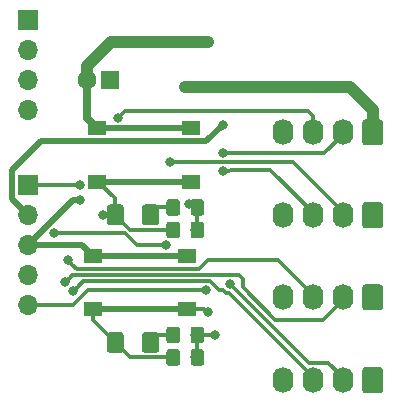
<source format=gbr>
G04 #@! TF.GenerationSoftware,KiCad,Pcbnew,(5.1.0-1195-gcea9cd417)*
G04 #@! TF.CreationDate,2019-08-04T23:05:19-07:00*
G04 #@! TF.ProjectId,URanger,5552616e-6765-4722-9e6b-696361645f70,n/c*
G04 #@! TF.SameCoordinates,Original*
G04 #@! TF.FileFunction,Copper,L2,Bot*
G04 #@! TF.FilePolarity,Positive*
%FSLAX46Y46*%
G04 Gerber Fmt 4.6, Leading zero omitted, Abs format (unit mm)*
G04 Created by KiCad (PCBNEW (5.1.0-1195-gcea9cd417)) date 2019-08-04 23:05:19*
%MOMM*%
%LPD*%
G04 APERTURE LIST*
%ADD10C,0.100000*%
%ADD11C,1.740000*%
%ADD12O,1.740000X2.200000*%
%ADD13R,1.550000X1.300000*%
%ADD14C,1.150000*%
%ADD15C,1.425000*%
%ADD16O,1.700000X1.700000*%
%ADD17R,1.700000X1.700000*%
%ADD18C,1.600000*%
%ADD19R,1.600000X1.600000*%
%ADD20C,0.800000*%
%ADD21C,0.304800*%
%ADD22C,0.508000*%
%ADD23C,0.635000*%
%ADD24C,1.016000*%
G04 APERTURE END LIST*
D10*
G36*
X125175671Y-89089030D02*
G01*
X125256777Y-89143223D01*
X125310970Y-89224329D01*
X125330000Y-89319999D01*
X125330000Y-91020001D01*
X125310970Y-91115671D01*
X125256777Y-91196777D01*
X125175671Y-91250970D01*
X125080001Y-91270000D01*
X123839999Y-91270000D01*
X123744329Y-91250970D01*
X123663223Y-91196777D01*
X123609030Y-91115671D01*
X123590000Y-91020001D01*
X123590000Y-89319999D01*
X123609030Y-89224329D01*
X123663223Y-89143223D01*
X123744329Y-89089030D01*
X123839999Y-89070000D01*
X125080001Y-89070000D01*
X125175671Y-89089030D01*
X125175671Y-89089030D01*
G37*
D11*
X124460000Y-90170000D03*
D12*
X121920000Y-90170000D03*
X119380000Y-90170000D03*
X116840000Y-90170000D03*
X116840000Y-83185000D03*
X119380000Y-83185000D03*
X121920000Y-83185000D03*
D10*
G36*
X125175671Y-82104030D02*
G01*
X125256777Y-82158223D01*
X125310970Y-82239329D01*
X125330000Y-82334999D01*
X125330000Y-84035001D01*
X125310970Y-84130671D01*
X125256777Y-84211777D01*
X125175671Y-84265970D01*
X125080001Y-84285000D01*
X123839999Y-84285000D01*
X123744329Y-84265970D01*
X123663223Y-84211777D01*
X123609030Y-84130671D01*
X123590000Y-84035001D01*
X123590000Y-82334999D01*
X123609030Y-82239329D01*
X123663223Y-82158223D01*
X123744329Y-82104030D01*
X123839999Y-82085000D01*
X125080001Y-82085000D01*
X125175671Y-82104030D01*
X125175671Y-82104030D01*
G37*
D11*
X124460000Y-83185000D03*
D10*
G36*
X125175671Y-75119030D02*
G01*
X125256777Y-75173223D01*
X125310970Y-75254329D01*
X125330000Y-75349999D01*
X125330000Y-77050001D01*
X125310970Y-77145671D01*
X125256777Y-77226777D01*
X125175671Y-77280970D01*
X125080001Y-77300000D01*
X123839999Y-77300000D01*
X123744329Y-77280970D01*
X123663223Y-77226777D01*
X123609030Y-77145671D01*
X123590000Y-77050001D01*
X123590000Y-75349999D01*
X123609030Y-75254329D01*
X123663223Y-75173223D01*
X123744329Y-75119030D01*
X123839999Y-75100000D01*
X125080001Y-75100000D01*
X125175671Y-75119030D01*
X125175671Y-75119030D01*
G37*
D11*
X124460000Y-76200000D03*
D12*
X121920000Y-76200000D03*
X119380000Y-76200000D03*
X116840000Y-76200000D03*
X116840000Y-69215000D03*
X119380000Y-69215000D03*
X121920000Y-69215000D03*
D10*
G36*
X125175671Y-68134030D02*
G01*
X125256777Y-68188223D01*
X125310970Y-68269329D01*
X125330000Y-68364999D01*
X125330000Y-70065001D01*
X125310970Y-70160671D01*
X125256777Y-70241777D01*
X125175671Y-70295970D01*
X125080001Y-70315000D01*
X123839999Y-70315000D01*
X123744329Y-70295970D01*
X123663223Y-70241777D01*
X123609030Y-70160671D01*
X123590000Y-70065001D01*
X123590000Y-68364999D01*
X123609030Y-68269329D01*
X123663223Y-68188223D01*
X123744329Y-68134030D01*
X123839999Y-68115000D01*
X125080001Y-68115000D01*
X125175671Y-68134030D01*
X125175671Y-68134030D01*
G37*
D11*
X124460000Y-69215000D03*
D13*
X100795000Y-84165000D03*
X100795000Y-79665000D03*
X108755000Y-79665000D03*
X108755000Y-84165000D03*
X101110225Y-73385000D03*
X101110225Y-68885000D03*
X109070225Y-68885000D03*
X109070225Y-73385000D03*
D10*
G36*
X107980671Y-85679030D02*
G01*
X108061777Y-85733223D01*
X108115970Y-85814329D01*
X108135000Y-85909999D01*
X108135000Y-86810001D01*
X108115970Y-86905671D01*
X108061777Y-86986777D01*
X107980671Y-87040970D01*
X107885001Y-87060000D01*
X107234999Y-87060000D01*
X107139329Y-87040970D01*
X107058223Y-86986777D01*
X107004030Y-86905671D01*
X106985000Y-86810001D01*
X106985000Y-85909999D01*
X107004030Y-85814329D01*
X107058223Y-85733223D01*
X107139329Y-85679030D01*
X107234999Y-85660000D01*
X107885001Y-85660000D01*
X107980671Y-85679030D01*
X107980671Y-85679030D01*
G37*
D14*
X107560000Y-86360000D03*
D10*
G36*
X110030671Y-85679030D02*
G01*
X110111777Y-85733223D01*
X110165970Y-85814329D01*
X110185000Y-85909999D01*
X110185000Y-86810001D01*
X110165970Y-86905671D01*
X110111777Y-86986777D01*
X110030671Y-87040970D01*
X109935001Y-87060000D01*
X109284999Y-87060000D01*
X109189329Y-87040970D01*
X109108223Y-86986777D01*
X109054030Y-86905671D01*
X109035000Y-86810001D01*
X109035000Y-85909999D01*
X109054030Y-85814329D01*
X109108223Y-85733223D01*
X109189329Y-85679030D01*
X109284999Y-85660000D01*
X109935001Y-85660000D01*
X110030671Y-85679030D01*
X110030671Y-85679030D01*
G37*
D14*
X109610000Y-86360000D03*
D10*
G36*
X107980671Y-74884030D02*
G01*
X108061777Y-74938223D01*
X108115970Y-75019329D01*
X108135000Y-75114999D01*
X108135000Y-76015001D01*
X108115970Y-76110671D01*
X108061777Y-76191777D01*
X107980671Y-76245970D01*
X107885001Y-76265000D01*
X107234999Y-76265000D01*
X107139329Y-76245970D01*
X107058223Y-76191777D01*
X107004030Y-76110671D01*
X106985000Y-76015001D01*
X106985000Y-75114999D01*
X107004030Y-75019329D01*
X107058223Y-74938223D01*
X107139329Y-74884030D01*
X107234999Y-74865000D01*
X107885001Y-74865000D01*
X107980671Y-74884030D01*
X107980671Y-74884030D01*
G37*
D14*
X107560000Y-75565000D03*
D10*
G36*
X110030671Y-74884030D02*
G01*
X110111777Y-74938223D01*
X110165970Y-75019329D01*
X110185000Y-75114999D01*
X110185000Y-76015001D01*
X110165970Y-76110671D01*
X110111777Y-76191777D01*
X110030671Y-76245970D01*
X109935001Y-76265000D01*
X109284999Y-76265000D01*
X109189329Y-76245970D01*
X109108223Y-76191777D01*
X109054030Y-76110671D01*
X109035000Y-76015001D01*
X109035000Y-75114999D01*
X109054030Y-75019329D01*
X109108223Y-74938223D01*
X109189329Y-74884030D01*
X109284999Y-74865000D01*
X109935001Y-74865000D01*
X110030671Y-74884030D01*
X110030671Y-74884030D01*
G37*
D14*
X109610000Y-75565000D03*
D10*
G36*
X107980671Y-87584030D02*
G01*
X108061777Y-87638223D01*
X108115970Y-87719329D01*
X108135000Y-87814999D01*
X108135000Y-88715001D01*
X108115970Y-88810671D01*
X108061777Y-88891777D01*
X107980671Y-88945970D01*
X107885001Y-88965000D01*
X107234999Y-88965000D01*
X107139329Y-88945970D01*
X107058223Y-88891777D01*
X107004030Y-88810671D01*
X106985000Y-88715001D01*
X106985000Y-87814999D01*
X107004030Y-87719329D01*
X107058223Y-87638223D01*
X107139329Y-87584030D01*
X107234999Y-87565000D01*
X107885001Y-87565000D01*
X107980671Y-87584030D01*
X107980671Y-87584030D01*
G37*
D14*
X107560000Y-88265000D03*
D10*
G36*
X110030671Y-87584030D02*
G01*
X110111777Y-87638223D01*
X110165970Y-87719329D01*
X110185000Y-87814999D01*
X110185000Y-88715001D01*
X110165970Y-88810671D01*
X110111777Y-88891777D01*
X110030671Y-88945970D01*
X109935001Y-88965000D01*
X109284999Y-88965000D01*
X109189329Y-88945970D01*
X109108223Y-88891777D01*
X109054030Y-88810671D01*
X109035000Y-88715001D01*
X109035000Y-87814999D01*
X109054030Y-87719329D01*
X109108223Y-87638223D01*
X109189329Y-87584030D01*
X109284999Y-87565000D01*
X109935001Y-87565000D01*
X110030671Y-87584030D01*
X110030671Y-87584030D01*
G37*
D14*
X109610000Y-88265000D03*
D10*
G36*
X107980671Y-76789030D02*
G01*
X108061777Y-76843223D01*
X108115970Y-76924329D01*
X108135000Y-77019999D01*
X108135000Y-77920001D01*
X108115970Y-78015671D01*
X108061777Y-78096777D01*
X107980671Y-78150970D01*
X107885001Y-78170000D01*
X107234999Y-78170000D01*
X107139329Y-78150970D01*
X107058223Y-78096777D01*
X107004030Y-78015671D01*
X106985000Y-77920001D01*
X106985000Y-77019999D01*
X107004030Y-76924329D01*
X107058223Y-76843223D01*
X107139329Y-76789030D01*
X107234999Y-76770000D01*
X107885001Y-76770000D01*
X107980671Y-76789030D01*
X107980671Y-76789030D01*
G37*
D14*
X107560000Y-77470000D03*
D10*
G36*
X110030671Y-76789030D02*
G01*
X110111777Y-76843223D01*
X110165970Y-76924329D01*
X110185000Y-77019999D01*
X110185000Y-77920001D01*
X110165970Y-78015671D01*
X110111777Y-78096777D01*
X110030671Y-78150970D01*
X109935001Y-78170000D01*
X109284999Y-78170000D01*
X109189329Y-78150970D01*
X109108223Y-78096777D01*
X109054030Y-78015671D01*
X109035000Y-77920001D01*
X109035000Y-77019999D01*
X109054030Y-76924329D01*
X109108223Y-76843223D01*
X109189329Y-76789030D01*
X109284999Y-76770000D01*
X109935001Y-76770000D01*
X110030671Y-76789030D01*
X110030671Y-76789030D01*
G37*
D14*
X109610000Y-77470000D03*
D10*
G36*
X106185671Y-86139030D02*
G01*
X106266777Y-86193223D01*
X106320970Y-86274329D01*
X106340000Y-86370000D01*
X106340000Y-87620000D01*
X106320970Y-87715671D01*
X106266777Y-87796777D01*
X106185671Y-87850970D01*
X106090000Y-87870000D01*
X105165000Y-87870000D01*
X105069329Y-87850970D01*
X104988223Y-87796777D01*
X104934030Y-87715671D01*
X104915000Y-87620000D01*
X104915000Y-86370000D01*
X104934030Y-86274329D01*
X104988223Y-86193223D01*
X105069329Y-86139030D01*
X105165000Y-86120000D01*
X106090000Y-86120000D01*
X106185671Y-86139030D01*
X106185671Y-86139030D01*
G37*
D15*
X105627500Y-86995000D03*
D10*
G36*
X103210671Y-86139030D02*
G01*
X103291777Y-86193223D01*
X103345970Y-86274329D01*
X103365000Y-86370000D01*
X103365000Y-87620000D01*
X103345970Y-87715671D01*
X103291777Y-87796777D01*
X103210671Y-87850970D01*
X103115000Y-87870000D01*
X102190000Y-87870000D01*
X102094329Y-87850970D01*
X102013223Y-87796777D01*
X101959030Y-87715671D01*
X101940000Y-87620000D01*
X101940000Y-86370000D01*
X101959030Y-86274329D01*
X102013223Y-86193223D01*
X102094329Y-86139030D01*
X102190000Y-86120000D01*
X103115000Y-86120000D01*
X103210671Y-86139030D01*
X103210671Y-86139030D01*
G37*
D15*
X102652500Y-86995000D03*
D10*
G36*
X106185671Y-75344030D02*
G01*
X106266777Y-75398223D01*
X106320970Y-75479329D01*
X106340000Y-75575000D01*
X106340000Y-76825000D01*
X106320970Y-76920671D01*
X106266777Y-77001777D01*
X106185671Y-77055970D01*
X106090000Y-77075000D01*
X105165000Y-77075000D01*
X105069329Y-77055970D01*
X104988223Y-77001777D01*
X104934030Y-76920671D01*
X104915000Y-76825000D01*
X104915000Y-75575000D01*
X104934030Y-75479329D01*
X104988223Y-75398223D01*
X105069329Y-75344030D01*
X105165000Y-75325000D01*
X106090000Y-75325000D01*
X106185671Y-75344030D01*
X106185671Y-75344030D01*
G37*
D15*
X105627500Y-76200000D03*
D10*
G36*
X103210671Y-75344030D02*
G01*
X103291777Y-75398223D01*
X103345970Y-75479329D01*
X103365000Y-75575000D01*
X103365000Y-76825000D01*
X103345970Y-76920671D01*
X103291777Y-77001777D01*
X103210671Y-77055970D01*
X103115000Y-77075000D01*
X102190000Y-77075000D01*
X102094329Y-77055970D01*
X102013223Y-77001777D01*
X101959030Y-76920671D01*
X101940000Y-76825000D01*
X101940000Y-75575000D01*
X101959030Y-75479329D01*
X102013223Y-75398223D01*
X102094329Y-75344030D01*
X102190000Y-75325000D01*
X103115000Y-75325000D01*
X103210671Y-75344030D01*
X103210671Y-75344030D01*
G37*
D15*
X102652500Y-76200000D03*
D16*
X95250000Y-83820000D03*
X95250000Y-81280000D03*
X95250000Y-78740000D03*
X95250000Y-76200000D03*
D17*
X95250000Y-73660000D03*
D16*
X95250000Y-67310000D03*
X95250000Y-64770000D03*
X95250000Y-62230000D03*
D17*
X95250000Y-59690000D03*
D18*
X100235000Y-64770000D03*
D19*
X102235000Y-64770000D03*
D20*
X111760000Y-72507410D03*
X111760000Y-71002590D03*
X107315000Y-71755000D03*
X102870000Y-68030990D03*
X98425000Y-81915000D03*
X99069970Y-82679223D03*
X98630180Y-80022989D03*
X111125000Y-86360000D03*
X108908872Y-75300000D03*
X99695000Y-73660000D03*
X106915000Y-78770000D03*
X108585000Y-65405000D03*
X110490000Y-61595000D03*
X110490000Y-84455000D03*
X110317212Y-82582154D03*
X101600000Y-76200000D03*
X99695000Y-74930000D03*
X97441377Y-77756377D03*
X111760000Y-68580000D03*
X112362785Y-82059635D03*
D21*
X112443095Y-72390000D02*
X112325685Y-72507410D01*
X112325685Y-72507410D02*
X111760000Y-72507410D01*
X112325685Y-71002590D02*
X111760000Y-71002590D01*
X107950000Y-71755000D02*
X107315000Y-71755000D01*
X109610000Y-88265000D02*
X109610000Y-86360000D01*
X106262500Y-86360000D02*
X105627500Y-86995000D01*
X107560000Y-86360000D02*
X106262500Y-86360000D01*
X103922500Y-88265000D02*
X102652500Y-86995000D01*
X107560000Y-88265000D02*
X103922500Y-88265000D01*
X109610000Y-77470000D02*
X109610000Y-75565000D01*
X106262500Y-75565000D02*
X105627500Y-76200000D01*
X107560000Y-75565000D02*
X106262500Y-75565000D01*
D22*
X109070225Y-73385000D02*
X101110225Y-73385000D01*
X109070225Y-68885000D02*
X105105000Y-68885000D01*
X105105000Y-68885000D02*
X101110225Y-68885000D01*
D21*
X103269999Y-67630991D02*
X102870000Y-68030990D01*
X103523391Y-67377599D02*
X103269999Y-67630991D01*
D22*
X107472000Y-79665000D02*
X100795000Y-79665000D01*
X108755000Y-79665000D02*
X107472000Y-79665000D01*
X107472000Y-84165000D02*
X100795000Y-84165000D01*
X108755000Y-84165000D02*
X107472000Y-84165000D01*
D21*
X100795000Y-85137500D02*
X100795000Y-84165000D01*
X102652500Y-86995000D02*
X100795000Y-85137500D01*
X101235225Y-73385000D02*
X101110225Y-73385000D01*
X102652500Y-74802275D02*
X101235225Y-73385000D01*
X102652500Y-76200000D02*
X102652500Y-74802275D01*
X109610000Y-86360000D02*
X111125000Y-86360000D01*
X109173872Y-75565000D02*
X108908872Y-75300000D01*
X109610000Y-75565000D02*
X109173872Y-75565000D01*
X95250000Y-73660000D02*
X99695000Y-73660000D01*
D22*
X99870000Y-78740000D02*
X100795000Y-79665000D01*
X95250000Y-78740000D02*
X99870000Y-78740000D01*
D23*
X100235000Y-68009775D02*
X100235000Y-64770000D01*
X101110225Y-68885000D02*
X100235000Y-68009775D01*
D24*
X100235000Y-63638630D02*
X102278630Y-61595000D01*
X100235000Y-64770000D02*
X100235000Y-63638630D01*
X102278630Y-61595000D02*
X108585000Y-61595000D01*
X108585000Y-61595000D02*
X110490000Y-61595000D01*
D21*
X110200000Y-84165000D02*
X110490000Y-84455000D01*
X108755000Y-84165000D02*
X110200000Y-84165000D01*
X99469969Y-82279224D02*
X99069970Y-82679223D01*
X110678365Y-81829753D02*
X99919440Y-81829753D01*
X111413049Y-82564437D02*
X110678365Y-81829753D01*
X99919440Y-81829753D02*
X99469969Y-82279224D01*
X109751527Y-82582154D02*
X110317212Y-82582154D01*
X95250000Y-83820000D02*
X99080678Y-83820000D01*
X99080678Y-83820000D02*
X100318524Y-82582154D01*
X100318524Y-82582154D02*
X109751527Y-82582154D01*
X101600000Y-76200000D02*
X102652500Y-76200000D01*
D22*
X99695000Y-74930000D02*
X99060000Y-74930000D01*
X99060000Y-74930000D02*
X95250000Y-78740000D01*
X96403797Y-69989001D02*
X110350999Y-69989001D01*
X93945999Y-72446799D02*
X96403797Y-69989001D01*
X93945999Y-74895999D02*
X93945999Y-72446799D01*
X95250000Y-76200000D02*
X93945999Y-74895999D01*
X110350999Y-69989001D02*
X111760000Y-68580000D01*
D21*
X107560000Y-77470000D02*
X103922500Y-77470000D01*
X106915000Y-78770000D02*
X104508590Y-78770000D01*
X103922500Y-77470000D02*
X102652500Y-76200000D01*
X104508590Y-78770000D02*
X103494967Y-77756377D01*
X103494967Y-77756377D02*
X98007062Y-77756377D01*
X98007062Y-77756377D02*
X97441377Y-77756377D01*
D24*
X124460000Y-69215000D02*
X124460000Y-67310000D01*
X122555000Y-65405000D02*
X108585000Y-65405000D01*
X124460000Y-67310000D02*
X122555000Y-65405000D01*
D21*
X118947399Y-67377599D02*
X103523391Y-67377599D01*
X119380000Y-67810200D02*
X118947399Y-67377599D01*
X119380000Y-69215000D02*
X119380000Y-67810200D01*
X120362410Y-71002590D02*
X112325685Y-71002590D01*
X121920000Y-69445000D02*
X120362410Y-71002590D01*
X121920000Y-69215000D02*
X121920000Y-69445000D01*
X119380000Y-75970000D02*
X115800000Y-72390000D01*
X119380000Y-76200000D02*
X119380000Y-75970000D01*
X115800000Y-72390000D02*
X112443095Y-72390000D01*
X117705000Y-71755000D02*
X107950000Y-71755000D01*
X121920000Y-75970000D02*
X117705000Y-71755000D01*
X121920000Y-76200000D02*
X121920000Y-75970000D01*
X110469322Y-80010000D02*
X109707563Y-80771759D01*
X99378950Y-80771759D02*
X99030179Y-80422988D01*
X109707563Y-80771759D02*
X99378950Y-80771759D01*
X116435000Y-80010000D02*
X110469322Y-80010000D01*
X99030179Y-80422988D02*
X98630180Y-80022989D01*
X119380000Y-82955000D02*
X116435000Y-80010000D01*
X119380000Y-83185000D02*
X119380000Y-82955000D01*
X99015057Y-81324943D02*
X98824999Y-81515001D01*
X109746959Y-81324943D02*
X99015057Y-81324943D01*
X110280922Y-81324942D02*
X109746959Y-81324943D01*
X113452715Y-81602936D02*
X113157004Y-81307225D01*
X98824999Y-81515001D02*
X98425000Y-81915000D01*
X121920000Y-83415000D02*
X120245000Y-85090000D01*
X113452715Y-82337714D02*
X113452715Y-81602936D01*
X121920000Y-83185000D02*
X121920000Y-83415000D01*
X120245000Y-85090000D02*
X116205000Y-85090000D01*
X116205000Y-85090000D02*
X113452715Y-82337714D01*
X119020740Y-88717590D02*
X112762784Y-82459634D01*
X120697590Y-88717590D02*
X119020740Y-88717590D01*
X112762784Y-82459634D02*
X112362785Y-82059635D01*
X121920000Y-89940000D02*
X120697590Y-88717590D01*
X121920000Y-90170000D02*
X121920000Y-89940000D01*
X112001632Y-82812036D02*
X111754033Y-82564437D01*
X112252036Y-82812036D02*
X112001632Y-82812036D01*
X111754033Y-82564437D02*
X111413049Y-82564437D01*
X119380000Y-89940000D02*
X112252036Y-82812036D01*
X119380000Y-90170000D02*
X119380000Y-89940000D01*
X110298639Y-81307225D02*
X110280922Y-81324942D01*
X113157004Y-81307225D02*
X110298639Y-81307225D01*
M02*

</source>
